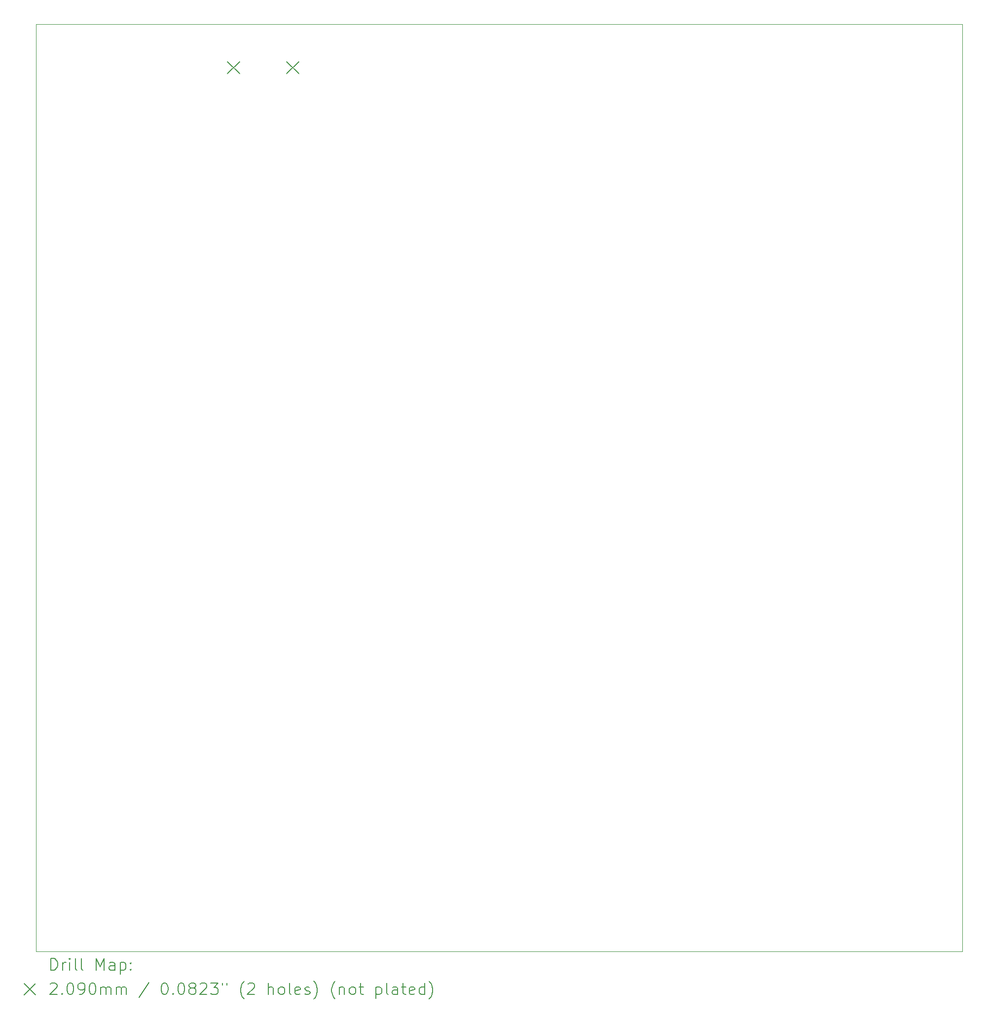
<source format=gbr>
%TF.GenerationSoftware,KiCad,Pcbnew,7.0.10*%
%TF.CreationDate,2024-11-23T11:02:49-08:00*%
%TF.ProjectId,fieldRadio,6669656c-6452-4616-9469-6f2e6b696361,rev?*%
%TF.SameCoordinates,Original*%
%TF.FileFunction,Drillmap*%
%TF.FilePolarity,Positive*%
%FSLAX45Y45*%
G04 Gerber Fmt 4.5, Leading zero omitted, Abs format (unit mm)*
G04 Created by KiCad (PCBNEW 7.0.10) date 2024-11-23 11:02:49*
%MOMM*%
%LPD*%
G01*
G04 APERTURE LIST*
%ADD10C,0.100000*%
%ADD11C,0.200000*%
%ADD12C,0.209000*%
G04 APERTURE END LIST*
D10*
X7225000Y-7200000D02*
X23125000Y-7200000D01*
X23125000Y-23100000D01*
X7225000Y-23100000D01*
X7225000Y-7200000D01*
D11*
D12*
X10512500Y-7837500D02*
X10721500Y-8046500D01*
X10721500Y-7837500D02*
X10512500Y-8046500D01*
X11528500Y-7837500D02*
X11737500Y-8046500D01*
X11737500Y-7837500D02*
X11528500Y-8046500D01*
D11*
X7480777Y-23416484D02*
X7480777Y-23216484D01*
X7480777Y-23216484D02*
X7528396Y-23216484D01*
X7528396Y-23216484D02*
X7556967Y-23226008D01*
X7556967Y-23226008D02*
X7576015Y-23245055D01*
X7576015Y-23245055D02*
X7585539Y-23264103D01*
X7585539Y-23264103D02*
X7595062Y-23302198D01*
X7595062Y-23302198D02*
X7595062Y-23330769D01*
X7595062Y-23330769D02*
X7585539Y-23368865D01*
X7585539Y-23368865D02*
X7576015Y-23387912D01*
X7576015Y-23387912D02*
X7556967Y-23406960D01*
X7556967Y-23406960D02*
X7528396Y-23416484D01*
X7528396Y-23416484D02*
X7480777Y-23416484D01*
X7680777Y-23416484D02*
X7680777Y-23283150D01*
X7680777Y-23321246D02*
X7690301Y-23302198D01*
X7690301Y-23302198D02*
X7699824Y-23292674D01*
X7699824Y-23292674D02*
X7718872Y-23283150D01*
X7718872Y-23283150D02*
X7737920Y-23283150D01*
X7804586Y-23416484D02*
X7804586Y-23283150D01*
X7804586Y-23216484D02*
X7795062Y-23226008D01*
X7795062Y-23226008D02*
X7804586Y-23235531D01*
X7804586Y-23235531D02*
X7814110Y-23226008D01*
X7814110Y-23226008D02*
X7804586Y-23216484D01*
X7804586Y-23216484D02*
X7804586Y-23235531D01*
X7928396Y-23416484D02*
X7909348Y-23406960D01*
X7909348Y-23406960D02*
X7899824Y-23387912D01*
X7899824Y-23387912D02*
X7899824Y-23216484D01*
X8033158Y-23416484D02*
X8014110Y-23406960D01*
X8014110Y-23406960D02*
X8004586Y-23387912D01*
X8004586Y-23387912D02*
X8004586Y-23216484D01*
X8261729Y-23416484D02*
X8261729Y-23216484D01*
X8261729Y-23216484D02*
X8328396Y-23359341D01*
X8328396Y-23359341D02*
X8395063Y-23216484D01*
X8395063Y-23216484D02*
X8395063Y-23416484D01*
X8576015Y-23416484D02*
X8576015Y-23311722D01*
X8576015Y-23311722D02*
X8566491Y-23292674D01*
X8566491Y-23292674D02*
X8547444Y-23283150D01*
X8547444Y-23283150D02*
X8509348Y-23283150D01*
X8509348Y-23283150D02*
X8490301Y-23292674D01*
X8576015Y-23406960D02*
X8556967Y-23416484D01*
X8556967Y-23416484D02*
X8509348Y-23416484D01*
X8509348Y-23416484D02*
X8490301Y-23406960D01*
X8490301Y-23406960D02*
X8480777Y-23387912D01*
X8480777Y-23387912D02*
X8480777Y-23368865D01*
X8480777Y-23368865D02*
X8490301Y-23349817D01*
X8490301Y-23349817D02*
X8509348Y-23340293D01*
X8509348Y-23340293D02*
X8556967Y-23340293D01*
X8556967Y-23340293D02*
X8576015Y-23330769D01*
X8671253Y-23283150D02*
X8671253Y-23483150D01*
X8671253Y-23292674D02*
X8690301Y-23283150D01*
X8690301Y-23283150D02*
X8728396Y-23283150D01*
X8728396Y-23283150D02*
X8747444Y-23292674D01*
X8747444Y-23292674D02*
X8756967Y-23302198D01*
X8756967Y-23302198D02*
X8766491Y-23321246D01*
X8766491Y-23321246D02*
X8766491Y-23378388D01*
X8766491Y-23378388D02*
X8756967Y-23397436D01*
X8756967Y-23397436D02*
X8747444Y-23406960D01*
X8747444Y-23406960D02*
X8728396Y-23416484D01*
X8728396Y-23416484D02*
X8690301Y-23416484D01*
X8690301Y-23416484D02*
X8671253Y-23406960D01*
X8852205Y-23397436D02*
X8861729Y-23406960D01*
X8861729Y-23406960D02*
X8852205Y-23416484D01*
X8852205Y-23416484D02*
X8842682Y-23406960D01*
X8842682Y-23406960D02*
X8852205Y-23397436D01*
X8852205Y-23397436D02*
X8852205Y-23416484D01*
X8852205Y-23292674D02*
X8861729Y-23302198D01*
X8861729Y-23302198D02*
X8852205Y-23311722D01*
X8852205Y-23311722D02*
X8842682Y-23302198D01*
X8842682Y-23302198D02*
X8852205Y-23292674D01*
X8852205Y-23292674D02*
X8852205Y-23311722D01*
X7020000Y-23645000D02*
X7220000Y-23845000D01*
X7220000Y-23645000D02*
X7020000Y-23845000D01*
X7471253Y-23655531D02*
X7480777Y-23646008D01*
X7480777Y-23646008D02*
X7499824Y-23636484D01*
X7499824Y-23636484D02*
X7547443Y-23636484D01*
X7547443Y-23636484D02*
X7566491Y-23646008D01*
X7566491Y-23646008D02*
X7576015Y-23655531D01*
X7576015Y-23655531D02*
X7585539Y-23674579D01*
X7585539Y-23674579D02*
X7585539Y-23693627D01*
X7585539Y-23693627D02*
X7576015Y-23722198D01*
X7576015Y-23722198D02*
X7461729Y-23836484D01*
X7461729Y-23836484D02*
X7585539Y-23836484D01*
X7671253Y-23817436D02*
X7680777Y-23826960D01*
X7680777Y-23826960D02*
X7671253Y-23836484D01*
X7671253Y-23836484D02*
X7661729Y-23826960D01*
X7661729Y-23826960D02*
X7671253Y-23817436D01*
X7671253Y-23817436D02*
X7671253Y-23836484D01*
X7804586Y-23636484D02*
X7823634Y-23636484D01*
X7823634Y-23636484D02*
X7842682Y-23646008D01*
X7842682Y-23646008D02*
X7852205Y-23655531D01*
X7852205Y-23655531D02*
X7861729Y-23674579D01*
X7861729Y-23674579D02*
X7871253Y-23712674D01*
X7871253Y-23712674D02*
X7871253Y-23760293D01*
X7871253Y-23760293D02*
X7861729Y-23798388D01*
X7861729Y-23798388D02*
X7852205Y-23817436D01*
X7852205Y-23817436D02*
X7842682Y-23826960D01*
X7842682Y-23826960D02*
X7823634Y-23836484D01*
X7823634Y-23836484D02*
X7804586Y-23836484D01*
X7804586Y-23836484D02*
X7785539Y-23826960D01*
X7785539Y-23826960D02*
X7776015Y-23817436D01*
X7776015Y-23817436D02*
X7766491Y-23798388D01*
X7766491Y-23798388D02*
X7756967Y-23760293D01*
X7756967Y-23760293D02*
X7756967Y-23712674D01*
X7756967Y-23712674D02*
X7766491Y-23674579D01*
X7766491Y-23674579D02*
X7776015Y-23655531D01*
X7776015Y-23655531D02*
X7785539Y-23646008D01*
X7785539Y-23646008D02*
X7804586Y-23636484D01*
X7966491Y-23836484D02*
X8004586Y-23836484D01*
X8004586Y-23836484D02*
X8023634Y-23826960D01*
X8023634Y-23826960D02*
X8033158Y-23817436D01*
X8033158Y-23817436D02*
X8052205Y-23788865D01*
X8052205Y-23788865D02*
X8061729Y-23750769D01*
X8061729Y-23750769D02*
X8061729Y-23674579D01*
X8061729Y-23674579D02*
X8052205Y-23655531D01*
X8052205Y-23655531D02*
X8042682Y-23646008D01*
X8042682Y-23646008D02*
X8023634Y-23636484D01*
X8023634Y-23636484D02*
X7985539Y-23636484D01*
X7985539Y-23636484D02*
X7966491Y-23646008D01*
X7966491Y-23646008D02*
X7956967Y-23655531D01*
X7956967Y-23655531D02*
X7947443Y-23674579D01*
X7947443Y-23674579D02*
X7947443Y-23722198D01*
X7947443Y-23722198D02*
X7956967Y-23741246D01*
X7956967Y-23741246D02*
X7966491Y-23750769D01*
X7966491Y-23750769D02*
X7985539Y-23760293D01*
X7985539Y-23760293D02*
X8023634Y-23760293D01*
X8023634Y-23760293D02*
X8042682Y-23750769D01*
X8042682Y-23750769D02*
X8052205Y-23741246D01*
X8052205Y-23741246D02*
X8061729Y-23722198D01*
X8185539Y-23636484D02*
X8204586Y-23636484D01*
X8204586Y-23636484D02*
X8223634Y-23646008D01*
X8223634Y-23646008D02*
X8233158Y-23655531D01*
X8233158Y-23655531D02*
X8242682Y-23674579D01*
X8242682Y-23674579D02*
X8252205Y-23712674D01*
X8252205Y-23712674D02*
X8252205Y-23760293D01*
X8252205Y-23760293D02*
X8242682Y-23798388D01*
X8242682Y-23798388D02*
X8233158Y-23817436D01*
X8233158Y-23817436D02*
X8223634Y-23826960D01*
X8223634Y-23826960D02*
X8204586Y-23836484D01*
X8204586Y-23836484D02*
X8185539Y-23836484D01*
X8185539Y-23836484D02*
X8166491Y-23826960D01*
X8166491Y-23826960D02*
X8156967Y-23817436D01*
X8156967Y-23817436D02*
X8147443Y-23798388D01*
X8147443Y-23798388D02*
X8137920Y-23760293D01*
X8137920Y-23760293D02*
X8137920Y-23712674D01*
X8137920Y-23712674D02*
X8147443Y-23674579D01*
X8147443Y-23674579D02*
X8156967Y-23655531D01*
X8156967Y-23655531D02*
X8166491Y-23646008D01*
X8166491Y-23646008D02*
X8185539Y-23636484D01*
X8337920Y-23836484D02*
X8337920Y-23703150D01*
X8337920Y-23722198D02*
X8347443Y-23712674D01*
X8347443Y-23712674D02*
X8366491Y-23703150D01*
X8366491Y-23703150D02*
X8395063Y-23703150D01*
X8395063Y-23703150D02*
X8414110Y-23712674D01*
X8414110Y-23712674D02*
X8423634Y-23731722D01*
X8423634Y-23731722D02*
X8423634Y-23836484D01*
X8423634Y-23731722D02*
X8433158Y-23712674D01*
X8433158Y-23712674D02*
X8452205Y-23703150D01*
X8452205Y-23703150D02*
X8480777Y-23703150D01*
X8480777Y-23703150D02*
X8499825Y-23712674D01*
X8499825Y-23712674D02*
X8509348Y-23731722D01*
X8509348Y-23731722D02*
X8509348Y-23836484D01*
X8604586Y-23836484D02*
X8604586Y-23703150D01*
X8604586Y-23722198D02*
X8614110Y-23712674D01*
X8614110Y-23712674D02*
X8633158Y-23703150D01*
X8633158Y-23703150D02*
X8661729Y-23703150D01*
X8661729Y-23703150D02*
X8680777Y-23712674D01*
X8680777Y-23712674D02*
X8690301Y-23731722D01*
X8690301Y-23731722D02*
X8690301Y-23836484D01*
X8690301Y-23731722D02*
X8699825Y-23712674D01*
X8699825Y-23712674D02*
X8718872Y-23703150D01*
X8718872Y-23703150D02*
X8747444Y-23703150D01*
X8747444Y-23703150D02*
X8766491Y-23712674D01*
X8766491Y-23712674D02*
X8776015Y-23731722D01*
X8776015Y-23731722D02*
X8776015Y-23836484D01*
X9166491Y-23626960D02*
X8995063Y-23884103D01*
X9423634Y-23636484D02*
X9442682Y-23636484D01*
X9442682Y-23636484D02*
X9461729Y-23646008D01*
X9461729Y-23646008D02*
X9471253Y-23655531D01*
X9471253Y-23655531D02*
X9480777Y-23674579D01*
X9480777Y-23674579D02*
X9490301Y-23712674D01*
X9490301Y-23712674D02*
X9490301Y-23760293D01*
X9490301Y-23760293D02*
X9480777Y-23798388D01*
X9480777Y-23798388D02*
X9471253Y-23817436D01*
X9471253Y-23817436D02*
X9461729Y-23826960D01*
X9461729Y-23826960D02*
X9442682Y-23836484D01*
X9442682Y-23836484D02*
X9423634Y-23836484D01*
X9423634Y-23836484D02*
X9404587Y-23826960D01*
X9404587Y-23826960D02*
X9395063Y-23817436D01*
X9395063Y-23817436D02*
X9385539Y-23798388D01*
X9385539Y-23798388D02*
X9376015Y-23760293D01*
X9376015Y-23760293D02*
X9376015Y-23712674D01*
X9376015Y-23712674D02*
X9385539Y-23674579D01*
X9385539Y-23674579D02*
X9395063Y-23655531D01*
X9395063Y-23655531D02*
X9404587Y-23646008D01*
X9404587Y-23646008D02*
X9423634Y-23636484D01*
X9576015Y-23817436D02*
X9585539Y-23826960D01*
X9585539Y-23826960D02*
X9576015Y-23836484D01*
X9576015Y-23836484D02*
X9566491Y-23826960D01*
X9566491Y-23826960D02*
X9576015Y-23817436D01*
X9576015Y-23817436D02*
X9576015Y-23836484D01*
X9709348Y-23636484D02*
X9728396Y-23636484D01*
X9728396Y-23636484D02*
X9747444Y-23646008D01*
X9747444Y-23646008D02*
X9756968Y-23655531D01*
X9756968Y-23655531D02*
X9766491Y-23674579D01*
X9766491Y-23674579D02*
X9776015Y-23712674D01*
X9776015Y-23712674D02*
X9776015Y-23760293D01*
X9776015Y-23760293D02*
X9766491Y-23798388D01*
X9766491Y-23798388D02*
X9756968Y-23817436D01*
X9756968Y-23817436D02*
X9747444Y-23826960D01*
X9747444Y-23826960D02*
X9728396Y-23836484D01*
X9728396Y-23836484D02*
X9709348Y-23836484D01*
X9709348Y-23836484D02*
X9690301Y-23826960D01*
X9690301Y-23826960D02*
X9680777Y-23817436D01*
X9680777Y-23817436D02*
X9671253Y-23798388D01*
X9671253Y-23798388D02*
X9661729Y-23760293D01*
X9661729Y-23760293D02*
X9661729Y-23712674D01*
X9661729Y-23712674D02*
X9671253Y-23674579D01*
X9671253Y-23674579D02*
X9680777Y-23655531D01*
X9680777Y-23655531D02*
X9690301Y-23646008D01*
X9690301Y-23646008D02*
X9709348Y-23636484D01*
X9890301Y-23722198D02*
X9871253Y-23712674D01*
X9871253Y-23712674D02*
X9861729Y-23703150D01*
X9861729Y-23703150D02*
X9852206Y-23684103D01*
X9852206Y-23684103D02*
X9852206Y-23674579D01*
X9852206Y-23674579D02*
X9861729Y-23655531D01*
X9861729Y-23655531D02*
X9871253Y-23646008D01*
X9871253Y-23646008D02*
X9890301Y-23636484D01*
X9890301Y-23636484D02*
X9928396Y-23636484D01*
X9928396Y-23636484D02*
X9947444Y-23646008D01*
X9947444Y-23646008D02*
X9956968Y-23655531D01*
X9956968Y-23655531D02*
X9966491Y-23674579D01*
X9966491Y-23674579D02*
X9966491Y-23684103D01*
X9966491Y-23684103D02*
X9956968Y-23703150D01*
X9956968Y-23703150D02*
X9947444Y-23712674D01*
X9947444Y-23712674D02*
X9928396Y-23722198D01*
X9928396Y-23722198D02*
X9890301Y-23722198D01*
X9890301Y-23722198D02*
X9871253Y-23731722D01*
X9871253Y-23731722D02*
X9861729Y-23741246D01*
X9861729Y-23741246D02*
X9852206Y-23760293D01*
X9852206Y-23760293D02*
X9852206Y-23798388D01*
X9852206Y-23798388D02*
X9861729Y-23817436D01*
X9861729Y-23817436D02*
X9871253Y-23826960D01*
X9871253Y-23826960D02*
X9890301Y-23836484D01*
X9890301Y-23836484D02*
X9928396Y-23836484D01*
X9928396Y-23836484D02*
X9947444Y-23826960D01*
X9947444Y-23826960D02*
X9956968Y-23817436D01*
X9956968Y-23817436D02*
X9966491Y-23798388D01*
X9966491Y-23798388D02*
X9966491Y-23760293D01*
X9966491Y-23760293D02*
X9956968Y-23741246D01*
X9956968Y-23741246D02*
X9947444Y-23731722D01*
X9947444Y-23731722D02*
X9928396Y-23722198D01*
X10042682Y-23655531D02*
X10052206Y-23646008D01*
X10052206Y-23646008D02*
X10071253Y-23636484D01*
X10071253Y-23636484D02*
X10118872Y-23636484D01*
X10118872Y-23636484D02*
X10137920Y-23646008D01*
X10137920Y-23646008D02*
X10147444Y-23655531D01*
X10147444Y-23655531D02*
X10156968Y-23674579D01*
X10156968Y-23674579D02*
X10156968Y-23693627D01*
X10156968Y-23693627D02*
X10147444Y-23722198D01*
X10147444Y-23722198D02*
X10033158Y-23836484D01*
X10033158Y-23836484D02*
X10156968Y-23836484D01*
X10223634Y-23636484D02*
X10347444Y-23636484D01*
X10347444Y-23636484D02*
X10280777Y-23712674D01*
X10280777Y-23712674D02*
X10309349Y-23712674D01*
X10309349Y-23712674D02*
X10328396Y-23722198D01*
X10328396Y-23722198D02*
X10337920Y-23731722D01*
X10337920Y-23731722D02*
X10347444Y-23750769D01*
X10347444Y-23750769D02*
X10347444Y-23798388D01*
X10347444Y-23798388D02*
X10337920Y-23817436D01*
X10337920Y-23817436D02*
X10328396Y-23826960D01*
X10328396Y-23826960D02*
X10309349Y-23836484D01*
X10309349Y-23836484D02*
X10252206Y-23836484D01*
X10252206Y-23836484D02*
X10233158Y-23826960D01*
X10233158Y-23826960D02*
X10223634Y-23817436D01*
X10423634Y-23636484D02*
X10423634Y-23674579D01*
X10499825Y-23636484D02*
X10499825Y-23674579D01*
X10795063Y-23912674D02*
X10785539Y-23903150D01*
X10785539Y-23903150D02*
X10766491Y-23874579D01*
X10766491Y-23874579D02*
X10756968Y-23855531D01*
X10756968Y-23855531D02*
X10747444Y-23826960D01*
X10747444Y-23826960D02*
X10737920Y-23779341D01*
X10737920Y-23779341D02*
X10737920Y-23741246D01*
X10737920Y-23741246D02*
X10747444Y-23693627D01*
X10747444Y-23693627D02*
X10756968Y-23665055D01*
X10756968Y-23665055D02*
X10766491Y-23646008D01*
X10766491Y-23646008D02*
X10785539Y-23617436D01*
X10785539Y-23617436D02*
X10795063Y-23607912D01*
X10861730Y-23655531D02*
X10871253Y-23646008D01*
X10871253Y-23646008D02*
X10890301Y-23636484D01*
X10890301Y-23636484D02*
X10937920Y-23636484D01*
X10937920Y-23636484D02*
X10956968Y-23646008D01*
X10956968Y-23646008D02*
X10966491Y-23655531D01*
X10966491Y-23655531D02*
X10976015Y-23674579D01*
X10976015Y-23674579D02*
X10976015Y-23693627D01*
X10976015Y-23693627D02*
X10966491Y-23722198D01*
X10966491Y-23722198D02*
X10852206Y-23836484D01*
X10852206Y-23836484D02*
X10976015Y-23836484D01*
X11214110Y-23836484D02*
X11214110Y-23636484D01*
X11299825Y-23836484D02*
X11299825Y-23731722D01*
X11299825Y-23731722D02*
X11290301Y-23712674D01*
X11290301Y-23712674D02*
X11271253Y-23703150D01*
X11271253Y-23703150D02*
X11242682Y-23703150D01*
X11242682Y-23703150D02*
X11223634Y-23712674D01*
X11223634Y-23712674D02*
X11214110Y-23722198D01*
X11423634Y-23836484D02*
X11404587Y-23826960D01*
X11404587Y-23826960D02*
X11395063Y-23817436D01*
X11395063Y-23817436D02*
X11385539Y-23798388D01*
X11385539Y-23798388D02*
X11385539Y-23741246D01*
X11385539Y-23741246D02*
X11395063Y-23722198D01*
X11395063Y-23722198D02*
X11404587Y-23712674D01*
X11404587Y-23712674D02*
X11423634Y-23703150D01*
X11423634Y-23703150D02*
X11452206Y-23703150D01*
X11452206Y-23703150D02*
X11471253Y-23712674D01*
X11471253Y-23712674D02*
X11480777Y-23722198D01*
X11480777Y-23722198D02*
X11490301Y-23741246D01*
X11490301Y-23741246D02*
X11490301Y-23798388D01*
X11490301Y-23798388D02*
X11480777Y-23817436D01*
X11480777Y-23817436D02*
X11471253Y-23826960D01*
X11471253Y-23826960D02*
X11452206Y-23836484D01*
X11452206Y-23836484D02*
X11423634Y-23836484D01*
X11604587Y-23836484D02*
X11585539Y-23826960D01*
X11585539Y-23826960D02*
X11576015Y-23807912D01*
X11576015Y-23807912D02*
X11576015Y-23636484D01*
X11756968Y-23826960D02*
X11737920Y-23836484D01*
X11737920Y-23836484D02*
X11699825Y-23836484D01*
X11699825Y-23836484D02*
X11680777Y-23826960D01*
X11680777Y-23826960D02*
X11671253Y-23807912D01*
X11671253Y-23807912D02*
X11671253Y-23731722D01*
X11671253Y-23731722D02*
X11680777Y-23712674D01*
X11680777Y-23712674D02*
X11699825Y-23703150D01*
X11699825Y-23703150D02*
X11737920Y-23703150D01*
X11737920Y-23703150D02*
X11756968Y-23712674D01*
X11756968Y-23712674D02*
X11766491Y-23731722D01*
X11766491Y-23731722D02*
X11766491Y-23750769D01*
X11766491Y-23750769D02*
X11671253Y-23769817D01*
X11842682Y-23826960D02*
X11861730Y-23836484D01*
X11861730Y-23836484D02*
X11899825Y-23836484D01*
X11899825Y-23836484D02*
X11918872Y-23826960D01*
X11918872Y-23826960D02*
X11928396Y-23807912D01*
X11928396Y-23807912D02*
X11928396Y-23798388D01*
X11928396Y-23798388D02*
X11918872Y-23779341D01*
X11918872Y-23779341D02*
X11899825Y-23769817D01*
X11899825Y-23769817D02*
X11871253Y-23769817D01*
X11871253Y-23769817D02*
X11852206Y-23760293D01*
X11852206Y-23760293D02*
X11842682Y-23741246D01*
X11842682Y-23741246D02*
X11842682Y-23731722D01*
X11842682Y-23731722D02*
X11852206Y-23712674D01*
X11852206Y-23712674D02*
X11871253Y-23703150D01*
X11871253Y-23703150D02*
X11899825Y-23703150D01*
X11899825Y-23703150D02*
X11918872Y-23712674D01*
X11995063Y-23912674D02*
X12004587Y-23903150D01*
X12004587Y-23903150D02*
X12023634Y-23874579D01*
X12023634Y-23874579D02*
X12033158Y-23855531D01*
X12033158Y-23855531D02*
X12042682Y-23826960D01*
X12042682Y-23826960D02*
X12052206Y-23779341D01*
X12052206Y-23779341D02*
X12052206Y-23741246D01*
X12052206Y-23741246D02*
X12042682Y-23693627D01*
X12042682Y-23693627D02*
X12033158Y-23665055D01*
X12033158Y-23665055D02*
X12023634Y-23646008D01*
X12023634Y-23646008D02*
X12004587Y-23617436D01*
X12004587Y-23617436D02*
X11995063Y-23607912D01*
X12356968Y-23912674D02*
X12347444Y-23903150D01*
X12347444Y-23903150D02*
X12328396Y-23874579D01*
X12328396Y-23874579D02*
X12318872Y-23855531D01*
X12318872Y-23855531D02*
X12309349Y-23826960D01*
X12309349Y-23826960D02*
X12299825Y-23779341D01*
X12299825Y-23779341D02*
X12299825Y-23741246D01*
X12299825Y-23741246D02*
X12309349Y-23693627D01*
X12309349Y-23693627D02*
X12318872Y-23665055D01*
X12318872Y-23665055D02*
X12328396Y-23646008D01*
X12328396Y-23646008D02*
X12347444Y-23617436D01*
X12347444Y-23617436D02*
X12356968Y-23607912D01*
X12433158Y-23703150D02*
X12433158Y-23836484D01*
X12433158Y-23722198D02*
X12442682Y-23712674D01*
X12442682Y-23712674D02*
X12461730Y-23703150D01*
X12461730Y-23703150D02*
X12490301Y-23703150D01*
X12490301Y-23703150D02*
X12509349Y-23712674D01*
X12509349Y-23712674D02*
X12518872Y-23731722D01*
X12518872Y-23731722D02*
X12518872Y-23836484D01*
X12642682Y-23836484D02*
X12623634Y-23826960D01*
X12623634Y-23826960D02*
X12614111Y-23817436D01*
X12614111Y-23817436D02*
X12604587Y-23798388D01*
X12604587Y-23798388D02*
X12604587Y-23741246D01*
X12604587Y-23741246D02*
X12614111Y-23722198D01*
X12614111Y-23722198D02*
X12623634Y-23712674D01*
X12623634Y-23712674D02*
X12642682Y-23703150D01*
X12642682Y-23703150D02*
X12671253Y-23703150D01*
X12671253Y-23703150D02*
X12690301Y-23712674D01*
X12690301Y-23712674D02*
X12699825Y-23722198D01*
X12699825Y-23722198D02*
X12709349Y-23741246D01*
X12709349Y-23741246D02*
X12709349Y-23798388D01*
X12709349Y-23798388D02*
X12699825Y-23817436D01*
X12699825Y-23817436D02*
X12690301Y-23826960D01*
X12690301Y-23826960D02*
X12671253Y-23836484D01*
X12671253Y-23836484D02*
X12642682Y-23836484D01*
X12766492Y-23703150D02*
X12842682Y-23703150D01*
X12795063Y-23636484D02*
X12795063Y-23807912D01*
X12795063Y-23807912D02*
X12804587Y-23826960D01*
X12804587Y-23826960D02*
X12823634Y-23836484D01*
X12823634Y-23836484D02*
X12842682Y-23836484D01*
X13061730Y-23703150D02*
X13061730Y-23903150D01*
X13061730Y-23712674D02*
X13080777Y-23703150D01*
X13080777Y-23703150D02*
X13118873Y-23703150D01*
X13118873Y-23703150D02*
X13137920Y-23712674D01*
X13137920Y-23712674D02*
X13147444Y-23722198D01*
X13147444Y-23722198D02*
X13156968Y-23741246D01*
X13156968Y-23741246D02*
X13156968Y-23798388D01*
X13156968Y-23798388D02*
X13147444Y-23817436D01*
X13147444Y-23817436D02*
X13137920Y-23826960D01*
X13137920Y-23826960D02*
X13118873Y-23836484D01*
X13118873Y-23836484D02*
X13080777Y-23836484D01*
X13080777Y-23836484D02*
X13061730Y-23826960D01*
X13271253Y-23836484D02*
X13252206Y-23826960D01*
X13252206Y-23826960D02*
X13242682Y-23807912D01*
X13242682Y-23807912D02*
X13242682Y-23636484D01*
X13433158Y-23836484D02*
X13433158Y-23731722D01*
X13433158Y-23731722D02*
X13423634Y-23712674D01*
X13423634Y-23712674D02*
X13404587Y-23703150D01*
X13404587Y-23703150D02*
X13366492Y-23703150D01*
X13366492Y-23703150D02*
X13347444Y-23712674D01*
X13433158Y-23826960D02*
X13414111Y-23836484D01*
X13414111Y-23836484D02*
X13366492Y-23836484D01*
X13366492Y-23836484D02*
X13347444Y-23826960D01*
X13347444Y-23826960D02*
X13337920Y-23807912D01*
X13337920Y-23807912D02*
X13337920Y-23788865D01*
X13337920Y-23788865D02*
X13347444Y-23769817D01*
X13347444Y-23769817D02*
X13366492Y-23760293D01*
X13366492Y-23760293D02*
X13414111Y-23760293D01*
X13414111Y-23760293D02*
X13433158Y-23750769D01*
X13499825Y-23703150D02*
X13576015Y-23703150D01*
X13528396Y-23636484D02*
X13528396Y-23807912D01*
X13528396Y-23807912D02*
X13537920Y-23826960D01*
X13537920Y-23826960D02*
X13556968Y-23836484D01*
X13556968Y-23836484D02*
X13576015Y-23836484D01*
X13718873Y-23826960D02*
X13699825Y-23836484D01*
X13699825Y-23836484D02*
X13661730Y-23836484D01*
X13661730Y-23836484D02*
X13642682Y-23826960D01*
X13642682Y-23826960D02*
X13633158Y-23807912D01*
X13633158Y-23807912D02*
X13633158Y-23731722D01*
X13633158Y-23731722D02*
X13642682Y-23712674D01*
X13642682Y-23712674D02*
X13661730Y-23703150D01*
X13661730Y-23703150D02*
X13699825Y-23703150D01*
X13699825Y-23703150D02*
X13718873Y-23712674D01*
X13718873Y-23712674D02*
X13728396Y-23731722D01*
X13728396Y-23731722D02*
X13728396Y-23750769D01*
X13728396Y-23750769D02*
X13633158Y-23769817D01*
X13899825Y-23836484D02*
X13899825Y-23636484D01*
X13899825Y-23826960D02*
X13880777Y-23836484D01*
X13880777Y-23836484D02*
X13842682Y-23836484D01*
X13842682Y-23836484D02*
X13823634Y-23826960D01*
X13823634Y-23826960D02*
X13814111Y-23817436D01*
X13814111Y-23817436D02*
X13804587Y-23798388D01*
X13804587Y-23798388D02*
X13804587Y-23741246D01*
X13804587Y-23741246D02*
X13814111Y-23722198D01*
X13814111Y-23722198D02*
X13823634Y-23712674D01*
X13823634Y-23712674D02*
X13842682Y-23703150D01*
X13842682Y-23703150D02*
X13880777Y-23703150D01*
X13880777Y-23703150D02*
X13899825Y-23712674D01*
X13976015Y-23912674D02*
X13985539Y-23903150D01*
X13985539Y-23903150D02*
X14004587Y-23874579D01*
X14004587Y-23874579D02*
X14014111Y-23855531D01*
X14014111Y-23855531D02*
X14023634Y-23826960D01*
X14023634Y-23826960D02*
X14033158Y-23779341D01*
X14033158Y-23779341D02*
X14033158Y-23741246D01*
X14033158Y-23741246D02*
X14023634Y-23693627D01*
X14023634Y-23693627D02*
X14014111Y-23665055D01*
X14014111Y-23665055D02*
X14004587Y-23646008D01*
X14004587Y-23646008D02*
X13985539Y-23617436D01*
X13985539Y-23617436D02*
X13976015Y-23607912D01*
M02*

</source>
